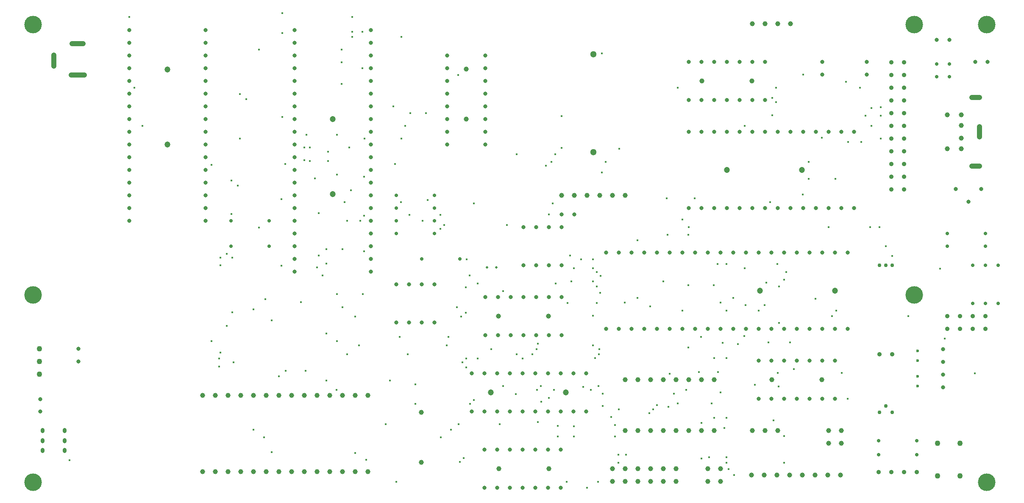
<source format=gbr>
%TF.GenerationSoftware,Novarm,DipTrace,4.3.0.4*%
%TF.CreationDate,2023-05-29T14:58:27+01:00*%
%FSLAX26Y26*%
%MOIN*%
%TF.FileFunction,Plated,1,2,PTH,Drill*%
%TF.Part,Single*%
%TA.AperFunction,ComponentDrill*%
%ADD13C,0.03937*%
%ADD14C,0.019685*%
%ADD26C,0.051181*%
%ADD32C,0.047244*%
%ADD53C,0.031496*%
%TA.AperFunction,ViaDrill*%
%ADD54C,0.015748*%
%TA.AperFunction,ComponentDrill*%
%ADD55C,0.027559*%
%ADD56C,0.043307*%
%ADD57C,0.029528*%
%ADD58C,0.137795*%
%ADD59C,0.035433*%
%ADD60C,0.023622*%
%ADD61C,0.03*%
G75*
G01*
D55*
X7932676Y2249999D3*
Y1949999D3*
D53*
X5699802Y3550393D3*
X5799802D3*
X5899802D3*
X5999802D3*
X6099802D3*
X6199802D3*
X6299802D3*
Y3850393D3*
X6199802D3*
X6099802D3*
X5999802D3*
X5899802D3*
X5799802D3*
X5699802D3*
X1899999Y2599999D3*
Y2699999D3*
Y2799999D3*
Y2899999D3*
Y2999999D3*
Y3099999D3*
Y3199999D3*
Y3299999D3*
Y3399999D3*
Y3499999D3*
Y3599999D3*
Y3699999D3*
Y3799999D3*
Y3899999D3*
Y3999999D3*
Y4099999D3*
X1299999D3*
Y3999999D3*
Y3899999D3*
Y3799999D3*
Y3699999D3*
Y3599999D3*
Y3499999D3*
Y3399999D3*
Y3299999D3*
Y3199999D3*
Y3099999D3*
Y2999999D3*
Y2899999D3*
Y2799999D3*
Y2699999D3*
Y2599999D3*
D55*
X3399999D3*
X3699999D3*
D53*
X5049999Y1749999D3*
X5149999D3*
X5249999D3*
X5349999D3*
X5449999D3*
X5549999D3*
X5649999D3*
X5749999D3*
X5849999D3*
X5949999D3*
X6049999D3*
X6149999D3*
X6249999D3*
X6349999D3*
X6449999D3*
X6549999D3*
X6649999D3*
X6749999D3*
X6849999D3*
X6949999D3*
Y2349999D3*
X6849999D3*
X6749999D3*
X6649999D3*
X6549999D3*
X6449999D3*
X6349999D3*
X6249999D3*
X6149999D3*
X6049999D3*
X5949999D3*
X5849999D3*
X5749999D3*
X5649999D3*
X5549999D3*
X5449999D3*
X5349999D3*
X5249999D3*
X5149999D3*
X5049999D3*
D13*
X6193700Y599999D3*
X6293700D3*
X6393700D3*
X6493700D3*
X6593700D3*
X6693700D3*
X6793700D3*
X6893700D3*
X6199999Y949999D3*
X6299999D3*
X6399999D3*
D56*
X7655117Y593700D3*
Y849606D3*
X7832283Y593700D3*
Y849606D3*
D13*
X6899999Y849999D3*
X6799999D3*
X6899999Y949999D3*
X6799999D3*
D57*
X7199999Y1093700D3*
X7249999Y1143700D3*
X7299999Y1093700D3*
D13*
X3949999Y3399999D3*
Y3793700D3*
X5099999Y549999D3*
Y649999D3*
X5199999Y549999D3*
Y649999D3*
X5299999Y549999D3*
Y649999D3*
X5399999Y549999D3*
Y649999D3*
X5499999Y549999D3*
Y649999D3*
X5599999Y549999D3*
Y649999D3*
X4699999Y2799999D3*
X4799999D3*
X4899999D3*
X4999999D3*
X5099999D3*
X5199999D3*
D58*
X543700Y4143700D3*
Y2017716D3*
X7472834Y4143700D3*
Y2017716D3*
D59*
X7394094Y3848424D3*
X7294094D3*
X7394094Y3748424D3*
X7294094D3*
X7394094Y3648424D3*
X7294094D3*
X7394094Y3548424D3*
X7294094D3*
X7394094Y3448424D3*
X7294094D3*
X7394094Y3348424D3*
X7294094D3*
X7394094Y3248424D3*
X7294094D3*
X7394094Y3148424D3*
X7294094D3*
X7394094Y3048424D3*
X7294094D3*
X7394094Y2948424D3*
X7294094D3*
X7394094Y2848424D3*
X7294094D3*
D13*
X5199999Y949999D3*
X5299999D3*
X5399999D3*
X5499999D3*
X5599999D3*
X5699999D3*
X5799999D3*
X5899999D3*
D59*
X8032676Y1849999D3*
X7932676D3*
X7832676D3*
X7732676D3*
Y1749999D3*
X7832676D3*
X7932676D3*
X8032676D3*
D53*
X4699999Y2649999D3*
X4798424D3*
X2599999Y4099999D3*
Y3999999D3*
Y3899999D3*
Y3799999D3*
Y3699999D3*
Y3599999D3*
Y3499999D3*
Y3399999D3*
Y3299999D3*
Y3199999D3*
Y3099999D3*
Y2999999D3*
Y2899999D3*
Y2799999D3*
Y2699999D3*
Y2599999D3*
Y2499999D3*
Y2399999D3*
Y2299999D3*
Y2199999D3*
X3199999D3*
Y2299999D3*
Y2399999D3*
Y2499999D3*
Y2599999D3*
Y2699999D3*
Y2799999D3*
Y2899999D3*
Y2999999D3*
Y3099999D3*
Y3199999D3*
Y3299999D3*
Y3399999D3*
Y3499999D3*
Y3599999D3*
Y3699999D3*
Y3799999D3*
Y3899999D3*
Y3999999D3*
Y4099999D3*
D55*
X2100393Y2599999D3*
X2400393D3*
D60*
X7499999Y1499999D3*
Y1578739D3*
D55*
X8032676Y2399999D3*
X7732676D3*
X8032676Y1949999D3*
Y2249999D3*
D32*
X1599999Y3199999D3*
Y3790550D3*
X4143700Y1249999D3*
X4734251D3*
D53*
X4099999Y1699999D3*
X4199999D3*
X4299999D3*
X4399999D3*
X4499999D3*
X4599999D3*
X4699999D3*
Y1999999D3*
X4599999D3*
X4499999D3*
X4399999D3*
X4299999D3*
X4199999D3*
X4099999D3*
D55*
X7193700Y871653D3*
X7493700D3*
X7649999Y3834251D3*
Y3734251D3*
D53*
X7099999Y3751574D3*
Y3849999D3*
D13*
X1875491Y625983D3*
X1975491D3*
X2075491D3*
X2175491D3*
X2275491D3*
X2375491D3*
X2475491D3*
X2575491D3*
X2675491D3*
X2775491D3*
X2875491D3*
X2975491D3*
X3075491D3*
X3175491D3*
Y1225983D3*
X3075491D3*
X2975491D3*
X2875491D3*
X2775491D3*
X2675491D3*
X2575491D3*
X2475491D3*
X2375491D3*
X2275491D3*
X2175491D3*
X2075491D3*
X1975491D3*
X1875491D3*
D53*
X4093700Y499999D3*
X4193700D3*
X4293700D3*
X4393700D3*
X4493700D3*
X4593700D3*
X4693700D3*
Y799999D3*
X4593700D3*
X4493700D3*
X4393700D3*
X4293700D3*
X4193700D3*
X4093700D3*
X6249999Y1199999D3*
X6349999D3*
X6449999D3*
X6549999D3*
X6649999D3*
X6749999D3*
X6849999D3*
Y1499999D3*
X6749999D3*
X6649999D3*
X6549999D3*
X6449999D3*
X6349999D3*
X6249999D3*
D13*
X7843700Y3351574D3*
Y3249212D3*
Y3434251D3*
Y3166535D3*
X7733464Y3434251D3*
Y3166535D3*
X7985432Y3030708D2*
X7926377D1*
X7987401Y3339763D2*
Y3261023D1*
X7985432Y3570078D2*
X7926377D1*
D53*
X599999Y1099999D3*
Y1198424D3*
X6749999Y3751574D3*
Y3849999D3*
D55*
X7749999Y3834251D3*
Y3734251D3*
X3399999Y2799999D3*
X3699999D3*
D58*
X543700Y543700D3*
D32*
X5999999Y2999999D3*
X6590550D3*
D13*
X6199999Y4149999D3*
X6299999D3*
X6399999D3*
X6499999D3*
X5199999Y1349999D3*
X5299999D3*
X5399999D3*
X5499999D3*
X5599999D3*
X5699999D3*
X5799999D3*
X5899999D3*
D60*
X7499999Y1299999D3*
Y1378739D3*
D13*
X4203346Y1849606D3*
X4597046D3*
X6196850Y3699999D3*
X5803149D3*
X6747046Y1349606D3*
X6353346D3*
X842519Y3745669D2*
X944881D1*
X850393Y3993700D2*
X937007D1*
X704724Y3903149D2*
Y3816535D1*
D56*
X593700Y1593700D3*
Y1493700D3*
Y1393700D3*
D53*
X7951574Y3849999D3*
X8049999D3*
X7700983Y1292125D3*
Y1390550D3*
D59*
X7299999Y1549999D3*
X7199999D3*
D57*
X7299999Y2249999D3*
X7249999D3*
X7199999D3*
D55*
X7493700Y760235D3*
X7193700D3*
D53*
X7749212Y4024999D3*
X7650787D3*
D55*
X3900393Y2299999D3*
X3600393D3*
X3700393Y2499999D3*
X3400393D3*
X8032676D3*
X7732676D3*
D53*
X4399999Y2249999D3*
X4499999D3*
X4599999D3*
X4699999D3*
Y2549999D3*
X4599999D3*
X4499999D3*
X4399999D3*
X899999Y1593700D3*
Y1495275D3*
X617322Y956456D2*
D61*
Y947086D1*
Y877716D2*
Y868346D1*
Y798976D2*
Y789606D1*
X790550Y956456D2*
Y947086D1*
Y877716D2*
Y868346D1*
Y798976D2*
Y789606D1*
D53*
X3993700Y1099999D3*
X4093700D3*
X4193700D3*
X4293700D3*
X4393700D3*
X4493700D3*
X4593700D3*
X4693700D3*
X4793700D3*
X4893700D3*
Y1399999D3*
X4793700D3*
X4693700D3*
X4593700D3*
X4493700D3*
X4393700D3*
X4293700D3*
X4193700D3*
X4093700D3*
X3993700D3*
D13*
X3594684Y700983D3*
Y1094684D3*
D53*
X3799999Y3899999D3*
Y3799999D3*
Y3699999D3*
Y3599999D3*
Y3499999D3*
Y3399999D3*
Y3299999D3*
Y3199999D3*
X4099999D3*
Y3299999D3*
Y3399999D3*
Y3499999D3*
Y3599999D3*
Y3699999D3*
Y3799999D3*
Y3899999D3*
D59*
X7393700Y624606D3*
X7493700D3*
D58*
X8043700Y543700D3*
D59*
X7193700Y624606D3*
X7293700D3*
D53*
X7999999Y2849999D3*
X7899999Y2749999D3*
X7799999Y2849999D3*
D55*
X8132676Y2249999D3*
Y1949999D3*
D14*
X4187007Y2232283D3*
X4112204D3*
D53*
X6999999Y3299999D3*
X6899999D3*
X6799999D3*
X6699999D3*
X6599999D3*
X6499999D3*
X6399999D3*
X6299999D3*
X6199999D3*
X6099999D3*
X5999999D3*
X5899999D3*
X5799999D3*
X5699999D3*
Y2699999D3*
X5799999D3*
X5899999D3*
X5999999D3*
X6099999D3*
X6199999D3*
X6299999D3*
X6399999D3*
X6499999D3*
X6599999D3*
X6699999D3*
X6799999D3*
X6899999D3*
X6999999D3*
D58*
X8043700Y4143700D3*
D53*
X3400393Y1800393D3*
X3500393D3*
X3600393D3*
X3700393D3*
Y2100393D3*
X3600393D3*
X3500393D3*
X3400393D3*
D13*
X5849999Y649999D3*
X5949999D3*
X5849999Y549999D3*
X5949999D3*
D32*
X6849999Y2049999D3*
X6259448D3*
D13*
X4599999Y649999D3*
X4206298D3*
D55*
X3699999Y2699999D3*
X3399999D3*
X2100393Y2399999D3*
X2400393D3*
D32*
X2899999Y3399999D3*
Y2809448D3*
D53*
X7700983Y1492125D3*
Y1590550D3*
D26*
X4949999Y3141808D3*
Y3909524D3*
D54*
X6824999Y1849999D3*
X4899999Y499999D3*
X4699999Y3424999D3*
X7424999Y1849999D3*
X6949999Y1199999D3*
X7674999Y2224999D3*
X4699999Y3174999D3*
X5699999Y2549999D3*
X6599999Y3749999D3*
X6799999Y2549999D3*
X7124999D3*
X7199999D3*
X7949999Y1399999D3*
X7249999Y2399999D3*
X7299999Y2324999D3*
X5995432Y739964D3*
X5860708D3*
X5145432Y698464D3*
X4985432Y546499D3*
X4739133D3*
X3400680D3*
X829172Y718539D3*
X2818837Y2170433D3*
X2934074Y2963937D3*
Y3277244D3*
X2694648D3*
X2502759Y4235236D3*
Y4077244D3*
Y3415748D3*
X2221085Y3557244D3*
X5533227Y2492129D3*
X2526180Y3046496D3*
X2370487Y1983070D3*
X2067735Y1775476D3*
X3347995Y1342992D3*
X2849585D3*
X2067735Y2341692D3*
X2974684Y2375968D3*
X2849585D3*
Y2265129D3*
Y1713980D3*
X2929585Y1269330D3*
X1945432Y1652488D3*
X2933999D3*
Y2024570D3*
X3136987D3*
X3549251Y1160669D3*
X3980078D3*
X2016987Y1565240D3*
Y2249448D3*
Y2310944D3*
X3795747Y1621736D3*
X3106239D3*
X3489251Y1549496D3*
X3012991D3*
Y2599999D3*
X3116987D3*
X5151534Y3167401D3*
X3509491Y3446499D3*
X3632483D3*
X4577243Y3034685D3*
X2718837Y3071492D3*
X2861830D3*
Y3143740D3*
X2677247Y3177244D3*
X3469491Y3346496D3*
X3884885Y3746499D3*
X4649487Y3123740D3*
X2529585Y1420118D3*
X2686499D3*
X2677247Y3077244D3*
X4945432Y2125393D3*
X4777243D3*
X3945826Y2077248D3*
Y1877637D3*
X2649585Y1959133D3*
X5499999Y2125393D3*
X2495432Y2246496D3*
Y2769519D3*
X5582282Y1239173D3*
X5021928D3*
Y1145433D3*
X4513818Y1016811D3*
X3749030Y897251D3*
X2360334D3*
X2275491Y958744D3*
X3830526D3*
X4340200Y1238744D3*
X2102613Y2915748D3*
X4991180Y1300669D3*
X3930904Y735118D3*
X2418837Y1817157D3*
X2102613Y2653307D3*
X2418837Y780358D3*
X2109231Y2310944D3*
Y1878952D3*
X2153361Y2877244D3*
X1946495Y3040480D3*
X2118837Y1487999D3*
X3918924D3*
X4146499Y1590988D3*
X4501696D3*
X4964487Y1519960D3*
X5899999D3*
X2320432Y3946499D3*
X2970432D3*
X2320432Y2546496D3*
X2275491Y1903649D3*
X6357046Y3566141D3*
Y3431744D3*
X5611849Y3646499D3*
X6746495Y3254566D3*
X6249999Y1895433D3*
X5396495Y1926181D3*
X6055711Y599999D3*
X3163507Y721881D3*
X2970432Y3846496D3*
Y3677244D3*
X7137676Y3348425D3*
Y3487165D3*
X5965747Y1640240D3*
X5796495Y1687066D3*
X6014215Y648464D3*
X3900156Y704370D3*
X3075491Y775354D3*
X6136495Y1692751D3*
X6859684Y1895433D3*
X6396495Y2259133D3*
X5996495D3*
X3054487Y4046496D3*
X3438743D3*
Y3246496D3*
X3150432D3*
X3390184Y3046496D3*
X7087987Y3425669D3*
X6935589Y3695433D3*
X1299999Y4204488D3*
X3054487D3*
Y4087992D3*
X3133503D3*
X3147735Y2359519D3*
Y2640480D3*
Y2946496D3*
X7210589Y3425669D3*
Y3248425D3*
X6147243Y1936929D3*
X6296495D3*
X4945432Y2228385D3*
X4797243D3*
X3976574Y2169059D3*
X3907987Y1846889D3*
X7210589Y3494921D3*
X3075491Y1846889D3*
X6139251Y2228385D3*
X2758837Y2933188D3*
X6696499Y1987755D3*
X6311062Y2112244D3*
X2975491Y1919133D3*
X3877243D3*
X3953704Y2296499D3*
X4854566D3*
X4945432D3*
X5047834Y3062244D3*
X4618739D3*
X3043739Y2841496D3*
X3030432Y3177244D3*
X2718743D3*
X2170337Y3246496D3*
X1403003Y3346496D3*
X6594995Y2807996D3*
X2170337Y3598740D3*
X1340479Y3646496D3*
X2775491Y2234385D3*
X2789585Y2326625D3*
X3504566Y2646496D3*
X3746893D3*
X5527243Y2777248D3*
X5745432D3*
X2789585Y2661472D3*
X4599999Y2649940D3*
X6465747Y2197633D3*
X4976180D3*
X6407719Y1297248D3*
X6448463Y908129D3*
Y698468D3*
X5995432D3*
X3604684Y2599999D3*
X6327243Y1645433D3*
X6086459Y1631259D3*
X6449999Y2136137D3*
X4974774Y2084688D3*
X3646889Y2762303D3*
X4976180Y1953507D3*
X4746499D3*
X4240479Y2046499D3*
X4945432Y1620248D3*
X4651420Y2107996D3*
X4039141D3*
X4009420Y1191417D3*
X3427759Y1688188D3*
X3808385D3*
X3777637Y2568444D3*
X4271227D3*
X6387794Y3532559D3*
Y3647637D3*
X5196495Y1956929D3*
X5949999D3*
X6049999Y1995318D3*
X5296495D3*
X5799211Y729216D3*
X5948463Y1248972D3*
X5930747Y1409212D3*
X5979211Y969999D3*
X4945432Y1853314D3*
X5119881Y995433D3*
Y904488D3*
X5419251Y1118425D3*
X5149999D3*
X5145432Y759960D3*
X5206928D3*
X5540786Y1137673D3*
X5449999Y1149173D3*
X7714408Y1675157D3*
X6527247Y1434728D3*
X4513621Y1632484D3*
X4993830Y1550708D3*
X6217991Y1311220D3*
X6399393Y1403980D3*
X6904566D3*
X4470948Y1549496D3*
X4346499D3*
Y3125433D3*
X3134369Y3799999D3*
X6496499Y1645433D3*
X3549251Y1312244D3*
X4240200Y1301496D3*
X5389908Y1087677D3*
X4795050Y984488D3*
Y904488D3*
X4670948D3*
X4213704Y1000240D3*
X3889211D3*
X3317247D3*
X3377247Y3499996D3*
X7045432Y3647637D3*
X7057239Y3219173D3*
X6954566D3*
X6642164Y3062244D3*
Y2930748D3*
X6854566D3*
X4670948Y986062D3*
X5927243Y2259133D3*
X5296495Y2447244D3*
X4599763Y1207996D3*
X4766495Y2327248D3*
X3746889Y2537696D3*
X5004566Y2032448D3*
X4996180Y1592204D3*
X5089133Y1056929D3*
X5799999Y1009212D3*
X5005522Y2166885D3*
X2992991Y2747208D3*
X3437696D3*
X3948267Y1446499D3*
X2475491Y1378625D3*
X5017085Y3916889D3*
Y2980748D3*
X4630747Y2737992D3*
X4008389D3*
X2006239Y1454637D3*
X4507353Y1269492D3*
X4641255D3*
X5548463Y1398464D3*
X6365751Y1029212D3*
X5996495Y1519960D3*
X6140479Y3346499D3*
X5649999Y2611496D3*
X5996495Y1051480D3*
Y1895433D3*
X5649999D3*
X4540200Y1177248D3*
X5899999Y1051480D3*
X5879211Y1163228D3*
X5896495Y2095433D3*
X5696495D3*
Y2489999D3*
X6340479Y2746499D3*
X2006239Y1518748D3*
X3948267D3*
X4039133D3*
X4393700D3*
X4536696Y1301377D3*
X4868936Y1295433D3*
X5613030Y1163228D3*
X5779211Y1409212D3*
X5696495Y1605539D3*
X6408507Y1796496D3*
Y2085389D3*
X4929684Y1269921D3*
X5679211D3*
M02*

</source>
